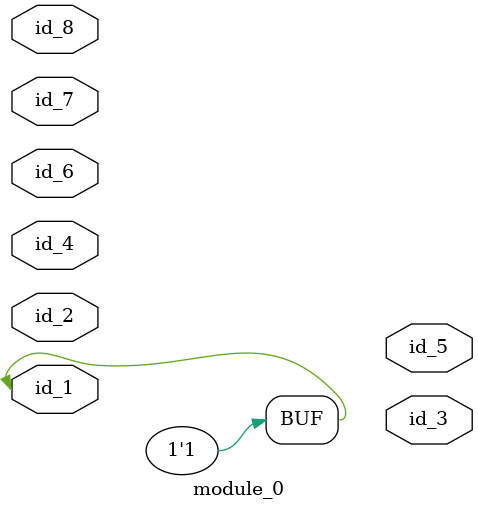
<source format=v>
`timescale 1 ps / 1ps
module module_0 (
    id_1,
    id_2,
    id_3,
    id_4,
    id_5,
    id_6,
    id_7,
    id_8
);
  input id_8;
  input id_7;
  input id_6;
  output id_5;
  input id_4;
  output id_3;
  input id_2;
  input id_1;
  assign id_1 = 1;
endmodule

</source>
